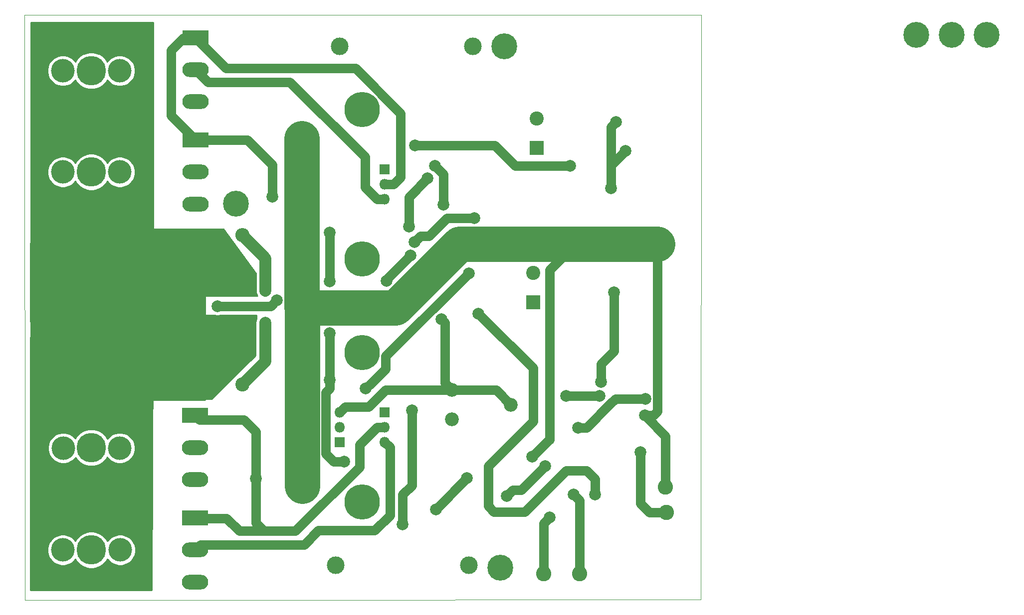
<source format=gbl>
%TF.GenerationSoftware,KiCad,Pcbnew,5.1.6-c6e7f7d~86~ubuntu18.04.1*%
%TF.CreationDate,2020-08-11T14:48:33+12:00*%
%TF.ProjectId,Trimodal SMD Cheap,5472696d-6f64-4616-9c20-534d44204368,rev?*%
%TF.SameCoordinates,Original*%
%TF.FileFunction,Copper,L2,Bot*%
%TF.FilePolarity,Positive*%
%FSLAX46Y46*%
G04 Gerber Fmt 4.6, Leading zero omitted, Abs format (unit mm)*
G04 Created by KiCad (PCBNEW 5.1.6-c6e7f7d~86~ubuntu18.04.1) date 2020-08-11 14:48:33*
%MOMM*%
%LPD*%
G01*
G04 APERTURE LIST*
%TA.AperFunction,Profile*%
%ADD10C,0.100000*%
%TD*%
%TA.AperFunction,ComponentPad*%
%ADD11C,6.000000*%
%TD*%
%TA.AperFunction,ComponentPad*%
%ADD12C,3.000000*%
%TD*%
%TA.AperFunction,ComponentPad*%
%ADD13C,2.600000*%
%TD*%
%TA.AperFunction,ComponentPad*%
%ADD14C,2.400000*%
%TD*%
%TA.AperFunction,ComponentPad*%
%ADD15O,2.400000X2.400000*%
%TD*%
%TA.AperFunction,ComponentPad*%
%ADD16C,2.340000*%
%TD*%
%TA.AperFunction,ComponentPad*%
%ADD17O,1.800000X1.800000*%
%TD*%
%TA.AperFunction,ComponentPad*%
%ADD18R,1.800000X1.800000*%
%TD*%
%TA.AperFunction,ComponentPad*%
%ADD19R,4.500000X2.500000*%
%TD*%
%TA.AperFunction,ComponentPad*%
%ADD20O,4.500000X2.500000*%
%TD*%
%TA.AperFunction,ComponentPad*%
%ADD21R,2.400000X2.400000*%
%TD*%
%TA.AperFunction,ComponentPad*%
%ADD22C,4.400000*%
%TD*%
%TA.AperFunction,ViaPad*%
%ADD23C,5.000000*%
%TD*%
%TA.AperFunction,ViaPad*%
%ADD24C,4.000000*%
%TD*%
%TA.AperFunction,ViaPad*%
%ADD25C,2.000000*%
%TD*%
%TA.AperFunction,Conductor*%
%ADD26C,1.600000*%
%TD*%
%TA.AperFunction,Conductor*%
%ADD27C,6.000001*%
%TD*%
%TA.AperFunction,Conductor*%
%ADD28C,2.000000*%
%TD*%
%TA.AperFunction,NonConductor*%
%ADD29C,0.254000*%
%TD*%
G04 APERTURE END LIST*
D10*
X62293500Y-131635500D02*
X31686500Y-131635500D01*
X62230000Y-32194500D02*
X31623000Y-32194500D01*
X31686500Y-131635500D02*
X31623000Y-32194500D01*
X146494500Y-32131000D02*
X146367500Y-131572000D01*
X62230000Y-32194500D02*
X146494500Y-32131000D01*
X146367500Y-131572000D02*
X62293500Y-131635500D01*
D11*
X88900000Y-114935000D03*
X88900000Y-89535000D03*
D12*
X107055000Y-125730000D03*
X84455000Y-125730000D03*
X85090000Y-37465000D03*
X107690000Y-37465000D03*
D11*
X88900000Y-48260000D03*
X88900000Y-73660000D03*
D13*
X140525500Y-116713000D03*
X140398500Y-112395000D03*
D14*
X68580000Y-94996000D03*
D15*
X68580000Y-69596000D03*
D16*
X104140000Y-95925000D03*
X114140000Y-98425000D03*
X104140000Y-100925000D03*
D17*
X92710000Y-104775000D03*
X92710000Y-102235000D03*
D18*
X92710000Y-99695000D03*
D19*
X60555500Y-117665500D03*
D20*
X60555500Y-123115500D03*
X60555500Y-128565500D03*
D18*
X92710000Y-58420000D03*
D17*
X92710000Y-60960000D03*
X92710000Y-63500000D03*
D19*
X60619000Y-36026500D03*
D20*
X60619000Y-41476500D03*
X60619000Y-46926500D03*
D18*
X85090000Y-104775000D03*
D17*
X85090000Y-102235000D03*
X85090000Y-99695000D03*
D20*
X60619000Y-64303500D03*
X60619000Y-58853500D03*
D19*
X60619000Y-53403500D03*
X60555500Y-100266500D03*
D20*
X60555500Y-105716500D03*
X60555500Y-111166500D03*
D21*
X117919500Y-81026000D03*
D14*
X117919500Y-76026000D03*
X118554500Y-49800500D03*
D21*
X118554500Y-54800500D03*
D22*
X67500500Y-64262000D03*
X85788500Y-81788000D03*
X112395000Y-126174500D03*
X113030000Y-37465000D03*
X90551000Y-81851500D03*
D13*
X119697500Y-127127000D03*
X125857000Y-127127000D03*
D22*
X183005501Y-35558501D03*
X188955501Y-35558501D03*
X194905501Y-35558501D03*
D23*
X42926000Y-105727500D03*
X42926000Y-123126500D03*
X42926000Y-58864500D03*
X42926000Y-41656000D03*
D24*
X38100000Y-58864500D03*
X47752000Y-58864500D03*
X47752000Y-41656000D03*
X38100000Y-41656000D03*
X47752000Y-105791000D03*
X38163500Y-105791000D03*
X47815500Y-123126500D03*
X38100000Y-123126500D03*
D25*
X136144000Y-106489500D03*
D23*
X78676500Y-53149500D03*
X78740000Y-111569500D03*
D24*
X118745000Y-70993000D03*
X139065000Y-71120000D03*
D25*
X117792500Y-107251500D03*
X136906000Y-100266500D03*
X131699000Y-79311500D03*
X129476500Y-94551500D03*
X102362000Y-83883500D03*
X97917000Y-54356000D03*
X124206000Y-57785000D03*
X89535000Y-95694500D03*
X106997500Y-76073000D03*
X101409500Y-116205000D03*
X106680000Y-110934500D03*
X72453500Y-84455000D03*
X83415000Y-94210000D03*
X83439000Y-69146999D03*
X83415000Y-86233000D03*
X83439000Y-77470000D03*
X85852000Y-108077000D03*
X64325500Y-81661000D03*
X74422000Y-80645000D03*
X125565000Y-102324000D03*
X136969500Y-97409000D03*
X123507500Y-96882930D03*
X129177070Y-96882930D03*
X108648500Y-82931000D03*
X128480000Y-113684500D03*
X72517000Y-79057500D03*
X113474500Y-113919000D03*
X119951500Y-108839000D03*
X102743000Y-64389000D03*
X101282500Y-57785000D03*
X93027500Y-77343000D03*
X97152316Y-73027684D03*
X70866000Y-110998000D03*
X73660000Y-63055500D03*
X97345500Y-99377500D03*
X95758000Y-118745000D03*
X97806817Y-70722183D03*
X107950000Y-66675000D03*
X131127500Y-61595000D03*
X133604000Y-55245000D03*
X132016500Y-50355500D03*
X96837500Y-68135500D03*
X100012500Y-59944000D03*
X120713500Y-117602000D03*
X124800500Y-113728500D03*
D26*
X136144000Y-106489500D02*
X136144000Y-115189000D01*
X137668000Y-116713000D02*
X140525500Y-116713000D01*
X136144000Y-115189000D02*
X137668000Y-116713000D01*
D27*
X80645000Y-81915000D02*
X82483477Y-81915000D01*
X82483477Y-81915000D02*
X94615000Y-81915000D01*
X94615000Y-81915000D02*
X105410000Y-71120000D01*
X78740000Y-81915000D02*
X80645000Y-81915000D01*
X105410000Y-71120000D02*
X118745000Y-71120000D01*
X139065000Y-71120000D02*
X139065000Y-71120000D01*
X139065000Y-71120000D02*
X139065000Y-71120000D01*
X78740000Y-81915000D02*
X78740000Y-112268000D01*
X78676500Y-81851500D02*
X78740000Y-81915000D01*
X78676500Y-53149500D02*
X78676500Y-81851500D01*
X128524000Y-71120000D02*
X139065000Y-71120000D01*
D26*
X120777000Y-75501500D02*
X125158500Y-71120000D01*
X120650000Y-104394000D02*
X120777000Y-104394000D01*
X117792500Y-107251500D02*
X120650000Y-104394000D01*
D27*
X118745000Y-71120000D02*
X125158500Y-71120000D01*
D26*
X120777000Y-104394000D02*
X120777000Y-75501500D01*
D27*
X125158500Y-71120000D02*
X128524000Y-71120000D01*
D26*
X140398500Y-103759000D02*
X140398500Y-112395000D01*
X136906000Y-100266500D02*
X140398500Y-103759000D01*
X139065000Y-73948427D02*
X139065000Y-71120000D01*
X139065000Y-99521713D02*
X139065000Y-73948427D01*
X138320213Y-100266500D02*
X139065000Y-99521713D01*
X136906000Y-100266500D02*
X138320213Y-100266500D01*
X131699000Y-79311500D02*
X131699000Y-79311500D01*
X131699000Y-79311500D02*
X131699000Y-89281000D01*
X129476500Y-91503500D02*
X129476500Y-94551500D01*
X131699000Y-89281000D02*
X129476500Y-91503500D01*
X102485371Y-95925000D02*
X104140000Y-95925000D01*
X92879998Y-95925000D02*
X102485371Y-95925000D01*
X90009997Y-98795001D02*
X92879998Y-95925000D01*
X85989999Y-98795001D02*
X90009997Y-98795001D01*
X85090000Y-99695000D02*
X85989999Y-98795001D01*
X111640000Y-95925000D02*
X114140000Y-98425000D01*
X104140000Y-95925000D02*
X111640000Y-95925000D01*
X102970001Y-94755001D02*
X102970001Y-84491501D01*
X104140000Y-95925000D02*
X102970001Y-94755001D01*
X102970001Y-84491501D02*
X102362000Y-83883500D01*
X102362000Y-83883500D02*
X102362000Y-83883500D01*
X97917000Y-54356000D02*
X111442500Y-54356000D01*
X111442500Y-54356000D02*
X114935000Y-57848500D01*
X124142500Y-57848500D02*
X124206000Y-57785000D01*
X114935000Y-57848500D02*
X124142500Y-57848500D01*
X106997500Y-76073000D02*
X106997500Y-76073000D01*
X90534999Y-94694501D02*
X89535000Y-95694500D01*
X92900001Y-92329499D02*
X90534999Y-94694501D01*
X92900001Y-90170499D02*
X92900001Y-92329499D01*
X106997500Y-76073000D02*
X92900001Y-90170499D01*
X101409500Y-116205000D02*
X106680000Y-110934500D01*
X106680000Y-110934500D02*
X106680000Y-110934500D01*
X83415000Y-94210000D02*
X83415000Y-86399500D01*
X83415000Y-86399500D02*
X83415000Y-86399500D01*
X83439000Y-69146999D02*
X83439000Y-70561212D01*
X83439000Y-70561212D02*
X83439000Y-77470000D01*
X83439000Y-77470000D02*
X83439000Y-77470000D01*
X83415000Y-95624213D02*
X82740010Y-96299203D01*
X83415000Y-94210000D02*
X83415000Y-95624213D01*
X82740010Y-96299203D02*
X82740010Y-106743010D01*
X82740010Y-106743010D02*
X84074000Y-108077000D01*
X84074000Y-108077000D02*
X85852000Y-108077000D01*
X85852000Y-108077000D02*
X85852000Y-108077000D01*
D28*
X72453500Y-91122500D02*
X68580000Y-94996000D01*
X72453500Y-84455000D02*
X72453500Y-91122500D01*
D26*
X73406000Y-81661000D02*
X64325500Y-81661000D01*
X74549000Y-80518000D02*
X73406000Y-81661000D01*
X126979213Y-102324000D02*
X131005213Y-98298000D01*
X125565000Y-102324000D02*
X126979213Y-102324000D01*
X131005213Y-98298000D02*
X131005213Y-98293287D01*
X131005213Y-98293287D02*
X131889500Y-97409000D01*
X131889500Y-97409000D02*
X136969500Y-97409000D01*
X136969500Y-97409000D02*
X136969500Y-97409000D01*
X123507500Y-96882930D02*
X129177070Y-96882930D01*
X129177070Y-96882930D02*
X129177070Y-96882930D01*
X117919500Y-92202000D02*
X108648500Y-82931000D01*
X117919500Y-101219000D02*
X117919500Y-92202000D01*
X110299500Y-115633500D02*
X110299500Y-108839000D01*
X128480000Y-111081000D02*
X127000000Y-109601000D01*
X128480000Y-113684500D02*
X128480000Y-111081000D01*
X111295239Y-116629239D02*
X110299500Y-115633500D01*
X110299500Y-108839000D02*
X117919500Y-101219000D01*
X127000000Y-109601000D02*
X123507500Y-109601000D01*
X123507500Y-109601000D02*
X116479261Y-116629239D01*
X116479261Y-116629239D02*
X111295239Y-116629239D01*
D28*
X72517000Y-73533000D02*
X68580000Y-69596000D01*
X72517000Y-79057500D02*
X72517000Y-73533000D01*
D26*
X113474500Y-113919000D02*
X114474499Y-112919001D01*
X114474499Y-112919001D02*
X115871499Y-112919001D01*
X115871499Y-112919001D02*
X119951500Y-108839000D01*
X119951500Y-108839000D02*
X119951500Y-108839000D01*
X102743000Y-64389000D02*
X102743000Y-59245500D01*
X102743000Y-59245500D02*
X101282500Y-57785000D01*
X101282500Y-57785000D02*
X101282500Y-57785000D01*
X97152316Y-73027684D02*
X97152316Y-73027684D01*
X93027500Y-77152500D02*
X97152316Y-73027684D01*
X93027500Y-77343000D02*
X93027500Y-77152500D01*
X62703500Y-43561000D02*
X60619000Y-41476500D01*
X92710000Y-63500000D02*
X91437208Y-63500000D01*
X91437208Y-63500000D02*
X89408000Y-61470792D01*
X89408000Y-61470792D02*
X89408000Y-56324500D01*
X76644500Y-43561000D02*
X62703500Y-43561000D01*
X89408000Y-56324500D02*
X76644500Y-43561000D01*
X77597000Y-119888000D02*
X88455500Y-109029500D01*
X91437208Y-102235000D02*
X92710000Y-102235000D01*
X88455500Y-105216708D02*
X91437208Y-102235000D01*
X88455500Y-109029500D02*
X88455500Y-105216708D01*
X70866000Y-118554500D02*
X72199500Y-119888000D01*
X72199500Y-119888000D02*
X77597000Y-119888000D01*
X70866000Y-110998000D02*
X70866000Y-118554500D01*
X61276000Y-100987000D02*
X60555500Y-100266500D01*
X68810500Y-100987000D02*
X61276000Y-100987000D01*
X70866000Y-110998000D02*
X70866000Y-103042500D01*
X70866000Y-103042500D02*
X68810500Y-100987000D01*
X60630000Y-117740000D02*
X60555500Y-117665500D01*
X65897000Y-117740000D02*
X60630000Y-117740000D01*
X72199500Y-119888000D02*
X68045000Y-119888000D01*
X68045000Y-119888000D02*
X65897000Y-117740000D01*
X87771502Y-41211500D02*
X95440500Y-48880498D01*
X74295000Y-41211500D02*
X87771502Y-41211500D01*
X93982792Y-60960000D02*
X92710000Y-60960000D01*
X95440500Y-59781500D02*
X94262000Y-60960000D01*
X94262000Y-60960000D02*
X93982792Y-60960000D01*
X95440500Y-48880498D02*
X95440500Y-59781500D01*
X73342500Y-41211500D02*
X72517000Y-41211500D01*
X74295000Y-41211500D02*
X73342500Y-41211500D01*
X69278500Y-41211500D02*
X69088000Y-41211500D01*
X72517000Y-41211500D02*
X70421500Y-41211500D01*
X70421500Y-41211500D02*
X69278500Y-41211500D01*
X73660000Y-57640000D02*
X73660000Y-63055500D01*
X73660000Y-63055500D02*
X73660000Y-63055500D01*
X65804000Y-41211500D02*
X60619000Y-36026500D01*
X69278500Y-41211500D02*
X65804000Y-41211500D01*
X60619000Y-36026500D02*
X58588500Y-36026500D01*
X58588500Y-36026500D02*
X56451500Y-38163500D01*
X56451500Y-49236000D02*
X60619000Y-53403500D01*
X56451500Y-38163500D02*
X56451500Y-49236000D01*
X69423500Y-53403500D02*
X73660000Y-57640000D01*
X60619000Y-53403500D02*
X69423500Y-53403500D01*
X95758000Y-113711287D02*
X97345500Y-112123787D01*
X95758000Y-115125500D02*
X95758000Y-113711287D01*
X97345500Y-112123787D02*
X97345500Y-99377500D01*
X97345500Y-99377500D02*
X97345500Y-99377500D01*
X95758000Y-115125500D02*
X95758000Y-118745000D01*
X95758000Y-118745000D02*
X95758000Y-118745000D01*
X98806816Y-69722184D02*
X100267316Y-69722184D01*
X97806817Y-70722183D02*
X98806816Y-69722184D01*
X100267316Y-69722184D02*
X103314500Y-66675000D01*
X103314500Y-66675000D02*
X107950000Y-66675000D01*
X107950000Y-66675000D02*
X108013500Y-66675000D01*
X131127500Y-61595000D02*
X131127500Y-57721500D01*
X131127500Y-57721500D02*
X133604000Y-55245000D01*
X133604000Y-55245000D02*
X133604000Y-55245000D01*
X131127500Y-57721500D02*
X131127500Y-51244500D01*
X131127500Y-51244500D02*
X132016500Y-50355500D01*
X132016500Y-50355500D02*
X132016500Y-50355500D01*
X91059000Y-119824500D02*
X81470500Y-119824500D01*
X93609999Y-105674999D02*
X93609999Y-117273501D01*
X92710000Y-104775000D02*
X93609999Y-105674999D01*
X93609999Y-117273501D02*
X91059000Y-119824500D01*
X61433500Y-122237500D02*
X60555500Y-123115500D01*
X81470500Y-119824500D02*
X79057500Y-122237500D01*
X79057500Y-122237500D02*
X61433500Y-122237500D01*
X96837500Y-68135500D02*
X96837500Y-63119000D01*
X96837500Y-63119000D02*
X100012500Y-59944000D01*
X100012500Y-59944000D02*
X100012500Y-59944000D01*
X119713501Y-118601999D02*
X119713501Y-127555499D01*
X120713500Y-117602000D02*
X119713501Y-118601999D01*
X125800499Y-114728499D02*
X125800499Y-127564501D01*
X124800500Y-113728500D02*
X125800499Y-114728499D01*
D29*
G36*
X53403715Y-70675500D02*
G01*
X32702500Y-70675500D01*
X32702500Y-58604975D01*
X35465000Y-58604975D01*
X35465000Y-59124025D01*
X35566261Y-59633101D01*
X35764893Y-60112641D01*
X36053262Y-60544215D01*
X36420285Y-60911238D01*
X36851859Y-61199607D01*
X37331399Y-61398239D01*
X37840475Y-61499500D01*
X38359525Y-61499500D01*
X38868601Y-61398239D01*
X39348141Y-61199607D01*
X39779715Y-60911238D01*
X40146738Y-60544215D01*
X40212328Y-60446053D01*
X40490886Y-60862946D01*
X40927554Y-61299614D01*
X41441021Y-61642701D01*
X42011554Y-61879024D01*
X42617229Y-61999500D01*
X43234771Y-61999500D01*
X43840446Y-61879024D01*
X44410979Y-61642701D01*
X44924446Y-61299614D01*
X45361114Y-60862946D01*
X45639672Y-60446053D01*
X45705262Y-60544215D01*
X46072285Y-60911238D01*
X46503859Y-61199607D01*
X46983399Y-61398239D01*
X47492475Y-61499500D01*
X48011525Y-61499500D01*
X48520601Y-61398239D01*
X49000141Y-61199607D01*
X49431715Y-60911238D01*
X49798738Y-60544215D01*
X50087107Y-60112641D01*
X50285739Y-59633101D01*
X50387000Y-59124025D01*
X50387000Y-58604975D01*
X50285739Y-58095899D01*
X50087107Y-57616359D01*
X49798738Y-57184785D01*
X49431715Y-56817762D01*
X49000141Y-56529393D01*
X48520601Y-56330761D01*
X48011525Y-56229500D01*
X47492475Y-56229500D01*
X46983399Y-56330761D01*
X46503859Y-56529393D01*
X46072285Y-56817762D01*
X45705262Y-57184785D01*
X45639672Y-57282947D01*
X45361114Y-56866054D01*
X44924446Y-56429386D01*
X44410979Y-56086299D01*
X43840446Y-55849976D01*
X43234771Y-55729500D01*
X42617229Y-55729500D01*
X42011554Y-55849976D01*
X41441021Y-56086299D01*
X40927554Y-56429386D01*
X40490886Y-56866054D01*
X40212328Y-57282947D01*
X40146738Y-57184785D01*
X39779715Y-56817762D01*
X39348141Y-56529393D01*
X38868601Y-56330761D01*
X38359525Y-56229500D01*
X37840475Y-56229500D01*
X37331399Y-56330761D01*
X36851859Y-56529393D01*
X36420285Y-56817762D01*
X36053262Y-57184785D01*
X35764893Y-57616359D01*
X35566261Y-58095899D01*
X35465000Y-58604975D01*
X32702500Y-58604975D01*
X32702500Y-41396475D01*
X35465000Y-41396475D01*
X35465000Y-41915525D01*
X35566261Y-42424601D01*
X35764893Y-42904141D01*
X36053262Y-43335715D01*
X36420285Y-43702738D01*
X36851859Y-43991107D01*
X37331399Y-44189739D01*
X37840475Y-44291000D01*
X38359525Y-44291000D01*
X38868601Y-44189739D01*
X39348141Y-43991107D01*
X39779715Y-43702738D01*
X40146738Y-43335715D01*
X40212328Y-43237553D01*
X40490886Y-43654446D01*
X40927554Y-44091114D01*
X41441021Y-44434201D01*
X42011554Y-44670524D01*
X42617229Y-44791000D01*
X43234771Y-44791000D01*
X43840446Y-44670524D01*
X44410979Y-44434201D01*
X44924446Y-44091114D01*
X45361114Y-43654446D01*
X45639672Y-43237553D01*
X45705262Y-43335715D01*
X46072285Y-43702738D01*
X46503859Y-43991107D01*
X46983399Y-44189739D01*
X47492475Y-44291000D01*
X48011525Y-44291000D01*
X48520601Y-44189739D01*
X49000141Y-43991107D01*
X49431715Y-43702738D01*
X49798738Y-43335715D01*
X50087107Y-42904141D01*
X50285739Y-42424601D01*
X50387000Y-41915525D01*
X50387000Y-41396475D01*
X50285739Y-40887399D01*
X50087107Y-40407859D01*
X49798738Y-39976285D01*
X49431715Y-39609262D01*
X49000141Y-39320893D01*
X48520601Y-39122261D01*
X48011525Y-39021000D01*
X47492475Y-39021000D01*
X46983399Y-39122261D01*
X46503859Y-39320893D01*
X46072285Y-39609262D01*
X45705262Y-39976285D01*
X45639672Y-40074447D01*
X45361114Y-39657554D01*
X44924446Y-39220886D01*
X44410979Y-38877799D01*
X43840446Y-38641476D01*
X43234771Y-38521000D01*
X42617229Y-38521000D01*
X42011554Y-38641476D01*
X41441021Y-38877799D01*
X40927554Y-39220886D01*
X40490886Y-39657554D01*
X40212328Y-40074447D01*
X40146738Y-39976285D01*
X39779715Y-39609262D01*
X39348141Y-39320893D01*
X38868601Y-39122261D01*
X38359525Y-39021000D01*
X37840475Y-39021000D01*
X37331399Y-39122261D01*
X36851859Y-39320893D01*
X36420285Y-39609262D01*
X36053262Y-39976285D01*
X35764893Y-40407859D01*
X35566261Y-40887399D01*
X35465000Y-41396475D01*
X32702500Y-41396475D01*
X32702500Y-33464500D01*
X53466784Y-33464500D01*
X53403715Y-70675500D01*
G37*
X53403715Y-70675500D02*
X32702500Y-70675500D01*
X32702500Y-58604975D01*
X35465000Y-58604975D01*
X35465000Y-59124025D01*
X35566261Y-59633101D01*
X35764893Y-60112641D01*
X36053262Y-60544215D01*
X36420285Y-60911238D01*
X36851859Y-61199607D01*
X37331399Y-61398239D01*
X37840475Y-61499500D01*
X38359525Y-61499500D01*
X38868601Y-61398239D01*
X39348141Y-61199607D01*
X39779715Y-60911238D01*
X40146738Y-60544215D01*
X40212328Y-60446053D01*
X40490886Y-60862946D01*
X40927554Y-61299614D01*
X41441021Y-61642701D01*
X42011554Y-61879024D01*
X42617229Y-61999500D01*
X43234771Y-61999500D01*
X43840446Y-61879024D01*
X44410979Y-61642701D01*
X44924446Y-61299614D01*
X45361114Y-60862946D01*
X45639672Y-60446053D01*
X45705262Y-60544215D01*
X46072285Y-60911238D01*
X46503859Y-61199607D01*
X46983399Y-61398239D01*
X47492475Y-61499500D01*
X48011525Y-61499500D01*
X48520601Y-61398239D01*
X49000141Y-61199607D01*
X49431715Y-60911238D01*
X49798738Y-60544215D01*
X50087107Y-60112641D01*
X50285739Y-59633101D01*
X50387000Y-59124025D01*
X50387000Y-58604975D01*
X50285739Y-58095899D01*
X50087107Y-57616359D01*
X49798738Y-57184785D01*
X49431715Y-56817762D01*
X49000141Y-56529393D01*
X48520601Y-56330761D01*
X48011525Y-56229500D01*
X47492475Y-56229500D01*
X46983399Y-56330761D01*
X46503859Y-56529393D01*
X46072285Y-56817762D01*
X45705262Y-57184785D01*
X45639672Y-57282947D01*
X45361114Y-56866054D01*
X44924446Y-56429386D01*
X44410979Y-56086299D01*
X43840446Y-55849976D01*
X43234771Y-55729500D01*
X42617229Y-55729500D01*
X42011554Y-55849976D01*
X41441021Y-56086299D01*
X40927554Y-56429386D01*
X40490886Y-56866054D01*
X40212328Y-57282947D01*
X40146738Y-57184785D01*
X39779715Y-56817762D01*
X39348141Y-56529393D01*
X38868601Y-56330761D01*
X38359525Y-56229500D01*
X37840475Y-56229500D01*
X37331399Y-56330761D01*
X36851859Y-56529393D01*
X36420285Y-56817762D01*
X36053262Y-57184785D01*
X35764893Y-57616359D01*
X35566261Y-58095899D01*
X35465000Y-58604975D01*
X32702500Y-58604975D01*
X32702500Y-41396475D01*
X35465000Y-41396475D01*
X35465000Y-41915525D01*
X35566261Y-42424601D01*
X35764893Y-42904141D01*
X36053262Y-43335715D01*
X36420285Y-43702738D01*
X36851859Y-43991107D01*
X37331399Y-44189739D01*
X37840475Y-44291000D01*
X38359525Y-44291000D01*
X38868601Y-44189739D01*
X39348141Y-43991107D01*
X39779715Y-43702738D01*
X40146738Y-43335715D01*
X40212328Y-43237553D01*
X40490886Y-43654446D01*
X40927554Y-44091114D01*
X41441021Y-44434201D01*
X42011554Y-44670524D01*
X42617229Y-44791000D01*
X43234771Y-44791000D01*
X43840446Y-44670524D01*
X44410979Y-44434201D01*
X44924446Y-44091114D01*
X45361114Y-43654446D01*
X45639672Y-43237553D01*
X45705262Y-43335715D01*
X46072285Y-43702738D01*
X46503859Y-43991107D01*
X46983399Y-44189739D01*
X47492475Y-44291000D01*
X48011525Y-44291000D01*
X48520601Y-44189739D01*
X49000141Y-43991107D01*
X49431715Y-43702738D01*
X49798738Y-43335715D01*
X50087107Y-42904141D01*
X50285739Y-42424601D01*
X50387000Y-41915525D01*
X50387000Y-41396475D01*
X50285739Y-40887399D01*
X50087107Y-40407859D01*
X49798738Y-39976285D01*
X49431715Y-39609262D01*
X49000141Y-39320893D01*
X48520601Y-39122261D01*
X48011525Y-39021000D01*
X47492475Y-39021000D01*
X46983399Y-39122261D01*
X46503859Y-39320893D01*
X46072285Y-39609262D01*
X45705262Y-39976285D01*
X45639672Y-40074447D01*
X45361114Y-39657554D01*
X44924446Y-39220886D01*
X44410979Y-38877799D01*
X43840446Y-38641476D01*
X43234771Y-38521000D01*
X42617229Y-38521000D01*
X42011554Y-38641476D01*
X41441021Y-38877799D01*
X40927554Y-39220886D01*
X40490886Y-39657554D01*
X40212328Y-40074447D01*
X40146738Y-39976285D01*
X39779715Y-39609262D01*
X39348141Y-39320893D01*
X38868601Y-39122261D01*
X38359525Y-39021000D01*
X37840475Y-39021000D01*
X37331399Y-39122261D01*
X36851859Y-39320893D01*
X36420285Y-39609262D01*
X36053262Y-39976285D01*
X35764893Y-40407859D01*
X35566261Y-40887399D01*
X35465000Y-41396475D01*
X32702500Y-41396475D01*
X32702500Y-33464500D01*
X53466784Y-33464500D01*
X53403715Y-70675500D01*
G36*
X70882001Y-76108828D02*
G01*
X70882000Y-78896467D01*
X70882000Y-79218533D01*
X70897746Y-79297694D01*
X70905657Y-79378015D01*
X70929085Y-79455248D01*
X70944832Y-79534412D01*
X70975720Y-79608982D01*
X70999148Y-79686214D01*
X71037194Y-79757393D01*
X71068082Y-79831963D01*
X71112924Y-79899073D01*
X71120000Y-79912311D01*
X71120000Y-79946500D01*
X51816000Y-79946500D01*
X51816000Y-68580000D01*
X65340783Y-68580000D01*
X70882001Y-76108828D01*
G37*
X70882001Y-76108828D02*
X70882000Y-78896467D01*
X70882000Y-79218533D01*
X70897746Y-79297694D01*
X70905657Y-79378015D01*
X70929085Y-79455248D01*
X70944832Y-79534412D01*
X70975720Y-79608982D01*
X70999148Y-79686214D01*
X71037194Y-79757393D01*
X71068082Y-79831963D01*
X71112924Y-79899073D01*
X71120000Y-79912311D01*
X71120000Y-79946500D01*
X51816000Y-79946500D01*
X51816000Y-68580000D01*
X65340783Y-68580000D01*
X70882001Y-76108828D01*
G36*
X63848588Y-83233168D02*
G01*
X64164467Y-83296000D01*
X64486533Y-83296000D01*
X64802412Y-83233168D01*
X64918700Y-83185000D01*
X70929500Y-83185000D01*
X70929500Y-83846553D01*
X70912220Y-83903518D01*
X70881332Y-83978088D01*
X70865585Y-84057252D01*
X70842157Y-84134485D01*
X70834246Y-84214806D01*
X70818500Y-84293967D01*
X70818500Y-84374679D01*
X70818501Y-90036668D01*
X63320704Y-97472500D01*
X51816000Y-97472500D01*
X51816000Y-83185000D01*
X63732300Y-83185000D01*
X63848588Y-83233168D01*
G37*
X63848588Y-83233168D02*
X64164467Y-83296000D01*
X64486533Y-83296000D01*
X64802412Y-83233168D01*
X64918700Y-83185000D01*
X70929500Y-83185000D01*
X70929500Y-83846553D01*
X70912220Y-83903518D01*
X70881332Y-83978088D01*
X70865585Y-84057252D01*
X70842157Y-84134485D01*
X70834246Y-84214806D01*
X70818500Y-84293967D01*
X70818500Y-84374679D01*
X70818501Y-90036668D01*
X63320704Y-97472500D01*
X51816000Y-97472500D01*
X51816000Y-83185000D01*
X63732300Y-83185000D01*
X63848588Y-83233168D01*
G36*
X62230000Y-97599500D02*
G01*
X32702201Y-97599500D01*
X32639300Y-70929500D01*
X62230000Y-70929500D01*
X62230000Y-97599500D01*
G37*
X62230000Y-97599500D02*
X32702201Y-97599500D01*
X32639300Y-70929500D01*
X62230000Y-70929500D01*
X62230000Y-97599500D01*
G36*
X53150021Y-129921385D02*
G01*
X32575763Y-129984112D01*
X32590422Y-122866975D01*
X35465000Y-122866975D01*
X35465000Y-123386025D01*
X35566261Y-123895101D01*
X35764893Y-124374641D01*
X36053262Y-124806215D01*
X36420285Y-125173238D01*
X36851859Y-125461607D01*
X37331399Y-125660239D01*
X37840475Y-125761500D01*
X38359525Y-125761500D01*
X38868601Y-125660239D01*
X39348141Y-125461607D01*
X39779715Y-125173238D01*
X40146738Y-124806215D01*
X40212328Y-124708053D01*
X40490886Y-125124946D01*
X40927554Y-125561614D01*
X41441021Y-125904701D01*
X42011554Y-126141024D01*
X42617229Y-126261500D01*
X43234771Y-126261500D01*
X43840446Y-126141024D01*
X44410979Y-125904701D01*
X44924446Y-125561614D01*
X45361114Y-125124946D01*
X45671422Y-124660536D01*
X45768762Y-124806215D01*
X46135785Y-125173238D01*
X46567359Y-125461607D01*
X47046899Y-125660239D01*
X47555975Y-125761500D01*
X48075025Y-125761500D01*
X48584101Y-125660239D01*
X49063641Y-125461607D01*
X49495215Y-125173238D01*
X49862238Y-124806215D01*
X50150607Y-124374641D01*
X50349239Y-123895101D01*
X50450500Y-123386025D01*
X50450500Y-122866975D01*
X50349239Y-122357899D01*
X50150607Y-121878359D01*
X49862238Y-121446785D01*
X49495215Y-121079762D01*
X49063641Y-120791393D01*
X48584101Y-120592761D01*
X48075025Y-120491500D01*
X47555975Y-120491500D01*
X47046899Y-120592761D01*
X46567359Y-120791393D01*
X46135785Y-121079762D01*
X45768762Y-121446785D01*
X45671422Y-121592464D01*
X45361114Y-121128054D01*
X44924446Y-120691386D01*
X44410979Y-120348299D01*
X43840446Y-120111976D01*
X43234771Y-119991500D01*
X42617229Y-119991500D01*
X42011554Y-120111976D01*
X41441021Y-120348299D01*
X40927554Y-120691386D01*
X40490886Y-121128054D01*
X40212328Y-121544947D01*
X40146738Y-121446785D01*
X39779715Y-121079762D01*
X39348141Y-120791393D01*
X38868601Y-120592761D01*
X38359525Y-120491500D01*
X37840475Y-120491500D01*
X37331399Y-120592761D01*
X36851859Y-120791393D01*
X36420285Y-121079762D01*
X36053262Y-121446785D01*
X35764893Y-121878359D01*
X35566261Y-122357899D01*
X35465000Y-122866975D01*
X32590422Y-122866975D01*
X32626128Y-105531475D01*
X35528500Y-105531475D01*
X35528500Y-106050525D01*
X35629761Y-106559601D01*
X35828393Y-107039141D01*
X36116762Y-107470715D01*
X36483785Y-107837738D01*
X36915359Y-108126107D01*
X37394899Y-108324739D01*
X37903975Y-108426000D01*
X38423025Y-108426000D01*
X38932101Y-108324739D01*
X39411641Y-108126107D01*
X39843215Y-107837738D01*
X40210238Y-107470715D01*
X40265292Y-107388321D01*
X40490886Y-107725946D01*
X40927554Y-108162614D01*
X41441021Y-108505701D01*
X42011554Y-108742024D01*
X42617229Y-108862500D01*
X43234771Y-108862500D01*
X43840446Y-108742024D01*
X44410979Y-108505701D01*
X44924446Y-108162614D01*
X45361114Y-107725946D01*
X45618458Y-107340803D01*
X45705262Y-107470715D01*
X46072285Y-107837738D01*
X46503859Y-108126107D01*
X46983399Y-108324739D01*
X47492475Y-108426000D01*
X48011525Y-108426000D01*
X48520601Y-108324739D01*
X49000141Y-108126107D01*
X49431715Y-107837738D01*
X49798738Y-107470715D01*
X50087107Y-107039141D01*
X50285739Y-106559601D01*
X50387000Y-106050525D01*
X50387000Y-105531475D01*
X50285739Y-105022399D01*
X50087107Y-104542859D01*
X49798738Y-104111285D01*
X49431715Y-103744262D01*
X49000141Y-103455893D01*
X48520601Y-103257261D01*
X48011525Y-103156000D01*
X47492475Y-103156000D01*
X46983399Y-103257261D01*
X46503859Y-103455893D01*
X46072285Y-103744262D01*
X45705262Y-104111285D01*
X45660887Y-104177697D01*
X45361114Y-103729054D01*
X44924446Y-103292386D01*
X44410979Y-102949299D01*
X43840446Y-102712976D01*
X43234771Y-102592500D01*
X42617229Y-102592500D01*
X42011554Y-102712976D01*
X41441021Y-102949299D01*
X40927554Y-103292386D01*
X40490886Y-103729054D01*
X40222863Y-104130180D01*
X40210238Y-104111285D01*
X39843215Y-103744262D01*
X39411641Y-103455893D01*
X38932101Y-103257261D01*
X38423025Y-103156000D01*
X37903975Y-103156000D01*
X37394899Y-103257261D01*
X36915359Y-103455893D01*
X36483785Y-103744262D01*
X36116762Y-104111285D01*
X35828393Y-104542859D01*
X35629761Y-105022399D01*
X35528500Y-105531475D01*
X32626128Y-105531475D01*
X32702239Y-68580000D01*
X53402975Y-68580000D01*
X53150021Y-129921385D01*
G37*
X53150021Y-129921385D02*
X32575763Y-129984112D01*
X32590422Y-122866975D01*
X35465000Y-122866975D01*
X35465000Y-123386025D01*
X35566261Y-123895101D01*
X35764893Y-124374641D01*
X36053262Y-124806215D01*
X36420285Y-125173238D01*
X36851859Y-125461607D01*
X37331399Y-125660239D01*
X37840475Y-125761500D01*
X38359525Y-125761500D01*
X38868601Y-125660239D01*
X39348141Y-125461607D01*
X39779715Y-125173238D01*
X40146738Y-124806215D01*
X40212328Y-124708053D01*
X40490886Y-125124946D01*
X40927554Y-125561614D01*
X41441021Y-125904701D01*
X42011554Y-126141024D01*
X42617229Y-126261500D01*
X43234771Y-126261500D01*
X43840446Y-126141024D01*
X44410979Y-125904701D01*
X44924446Y-125561614D01*
X45361114Y-125124946D01*
X45671422Y-124660536D01*
X45768762Y-124806215D01*
X46135785Y-125173238D01*
X46567359Y-125461607D01*
X47046899Y-125660239D01*
X47555975Y-125761500D01*
X48075025Y-125761500D01*
X48584101Y-125660239D01*
X49063641Y-125461607D01*
X49495215Y-125173238D01*
X49862238Y-124806215D01*
X50150607Y-124374641D01*
X50349239Y-123895101D01*
X50450500Y-123386025D01*
X50450500Y-122866975D01*
X50349239Y-122357899D01*
X50150607Y-121878359D01*
X49862238Y-121446785D01*
X49495215Y-121079762D01*
X49063641Y-120791393D01*
X48584101Y-120592761D01*
X48075025Y-120491500D01*
X47555975Y-120491500D01*
X47046899Y-120592761D01*
X46567359Y-120791393D01*
X46135785Y-121079762D01*
X45768762Y-121446785D01*
X45671422Y-121592464D01*
X45361114Y-121128054D01*
X44924446Y-120691386D01*
X44410979Y-120348299D01*
X43840446Y-120111976D01*
X43234771Y-119991500D01*
X42617229Y-119991500D01*
X42011554Y-120111976D01*
X41441021Y-120348299D01*
X40927554Y-120691386D01*
X40490886Y-121128054D01*
X40212328Y-121544947D01*
X40146738Y-121446785D01*
X39779715Y-121079762D01*
X39348141Y-120791393D01*
X38868601Y-120592761D01*
X38359525Y-120491500D01*
X37840475Y-120491500D01*
X37331399Y-120592761D01*
X36851859Y-120791393D01*
X36420285Y-121079762D01*
X36053262Y-121446785D01*
X35764893Y-121878359D01*
X35566261Y-122357899D01*
X35465000Y-122866975D01*
X32590422Y-122866975D01*
X32626128Y-105531475D01*
X35528500Y-105531475D01*
X35528500Y-106050525D01*
X35629761Y-106559601D01*
X35828393Y-107039141D01*
X36116762Y-107470715D01*
X36483785Y-107837738D01*
X36915359Y-108126107D01*
X37394899Y-108324739D01*
X37903975Y-108426000D01*
X38423025Y-108426000D01*
X38932101Y-108324739D01*
X39411641Y-108126107D01*
X39843215Y-107837738D01*
X40210238Y-107470715D01*
X40265292Y-107388321D01*
X40490886Y-107725946D01*
X40927554Y-108162614D01*
X41441021Y-108505701D01*
X42011554Y-108742024D01*
X42617229Y-108862500D01*
X43234771Y-108862500D01*
X43840446Y-108742024D01*
X44410979Y-108505701D01*
X44924446Y-108162614D01*
X45361114Y-107725946D01*
X45618458Y-107340803D01*
X45705262Y-107470715D01*
X46072285Y-107837738D01*
X46503859Y-108126107D01*
X46983399Y-108324739D01*
X47492475Y-108426000D01*
X48011525Y-108426000D01*
X48520601Y-108324739D01*
X49000141Y-108126107D01*
X49431715Y-107837738D01*
X49798738Y-107470715D01*
X50087107Y-107039141D01*
X50285739Y-106559601D01*
X50387000Y-106050525D01*
X50387000Y-105531475D01*
X50285739Y-105022399D01*
X50087107Y-104542859D01*
X49798738Y-104111285D01*
X49431715Y-103744262D01*
X49000141Y-103455893D01*
X48520601Y-103257261D01*
X48011525Y-103156000D01*
X47492475Y-103156000D01*
X46983399Y-103257261D01*
X46503859Y-103455893D01*
X46072285Y-103744262D01*
X45705262Y-104111285D01*
X45660887Y-104177697D01*
X45361114Y-103729054D01*
X44924446Y-103292386D01*
X44410979Y-102949299D01*
X43840446Y-102712976D01*
X43234771Y-102592500D01*
X42617229Y-102592500D01*
X42011554Y-102712976D01*
X41441021Y-102949299D01*
X40927554Y-103292386D01*
X40490886Y-103729054D01*
X40222863Y-104130180D01*
X40210238Y-104111285D01*
X39843215Y-103744262D01*
X39411641Y-103455893D01*
X38932101Y-103257261D01*
X38423025Y-103156000D01*
X37903975Y-103156000D01*
X37394899Y-103257261D01*
X36915359Y-103455893D01*
X36483785Y-103744262D01*
X36116762Y-104111285D01*
X35828393Y-104542859D01*
X35629761Y-105022399D01*
X35528500Y-105531475D01*
X32626128Y-105531475D01*
X32702239Y-68580000D01*
X53402975Y-68580000D01*
X53150021Y-129921385D01*
M02*

</source>
